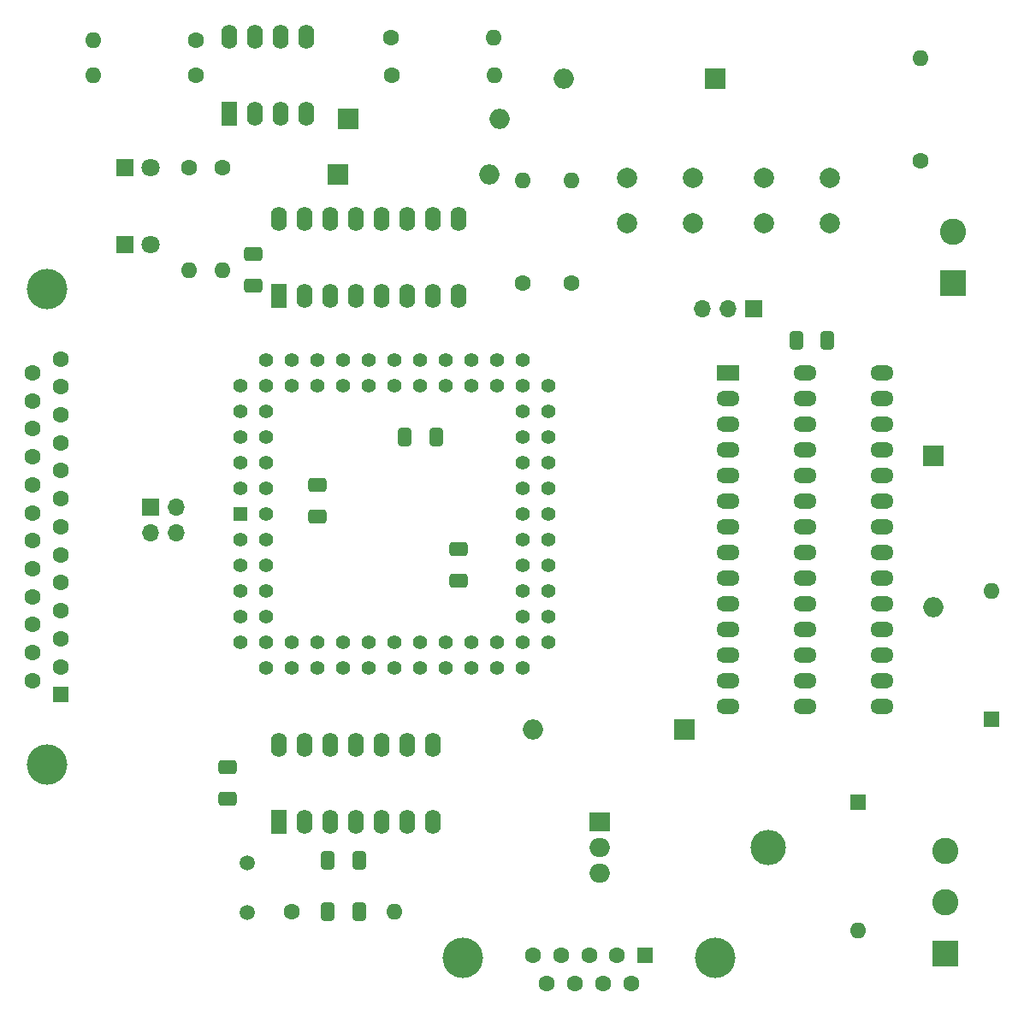
<source format=gbr>
%TF.GenerationSoftware,KiCad,Pcbnew,8.0.5*%
%TF.CreationDate,2024-10-06T22:29:13+02:00*%
%TF.ProjectId,carte_test,63617274-655f-4746-9573-742e6b696361,0*%
%TF.SameCoordinates,Original*%
%TF.FileFunction,Soldermask,Bot*%
%TF.FilePolarity,Negative*%
%FSLAX46Y46*%
G04 Gerber Fmt 4.6, Leading zero omitted, Abs format (unit mm)*
G04 Created by KiCad (PCBNEW 8.0.5) date 2024-10-06 22:29:13*
%MOMM*%
%LPD*%
G01*
G04 APERTURE LIST*
G04 Aperture macros list*
%AMRoundRect*
0 Rectangle with rounded corners*
0 $1 Rounding radius*
0 $2 $3 $4 $5 $6 $7 $8 $9 X,Y pos of 4 corners*
0 Add a 4 corners polygon primitive as box body*
4,1,4,$2,$3,$4,$5,$6,$7,$8,$9,$2,$3,0*
0 Add four circle primitives for the rounded corners*
1,1,$1+$1,$2,$3*
1,1,$1+$1,$4,$5*
1,1,$1+$1,$6,$7*
1,1,$1+$1,$8,$9*
0 Add four rect primitives between the rounded corners*
20,1,$1+$1,$2,$3,$4,$5,0*
20,1,$1+$1,$4,$5,$6,$7,0*
20,1,$1+$1,$6,$7,$8,$9,0*
20,1,$1+$1,$8,$9,$2,$3,0*%
G04 Aperture macros list end*
%ADD10R,1.600000X1.600000*%
%ADD11O,1.600000X1.600000*%
%ADD12C,2.000000*%
%ADD13R,1.397000X1.397000*%
%ADD14C,1.397000*%
%ADD15R,1.600000X2.400000*%
%ADD16O,1.600000X2.400000*%
%ADD17R,1.700000X1.700000*%
%ADD18O,1.700000X1.700000*%
%ADD19C,1.600000*%
%ADD20C,1.500000*%
%ADD21R,1.800000X1.800000*%
%ADD22C,1.800000*%
%ADD23C,4.000000*%
%ADD24O,3.500000X3.500000*%
%ADD25R,2.000000X1.905000*%
%ADD26O,2.000000X1.905000*%
%ADD27R,2.600000X2.600000*%
%ADD28C,2.600000*%
%ADD29R,2.000000X2.000000*%
%ADD30O,2.000000X2.000000*%
%ADD31R,2.300000X1.500000*%
%ADD32O,2.300000X1.500000*%
%ADD33RoundRect,0.250000X0.650000X-0.412500X0.650000X0.412500X-0.650000X0.412500X-0.650000X-0.412500X0*%
%ADD34RoundRect,0.250000X-0.412500X-0.650000X0.412500X-0.650000X0.412500X0.650000X-0.412500X0.650000X0*%
%ADD35RoundRect,0.250000X-0.650000X0.412500X-0.650000X-0.412500X0.650000X-0.412500X0.650000X0.412500X0*%
%ADD36RoundRect,0.250000X0.412500X0.650000X-0.412500X0.650000X-0.412500X-0.650000X0.412500X-0.650000X0*%
G04 APERTURE END LIST*
D10*
%TO.C,D1*%
X181102000Y-115570000D03*
D11*
X181102000Y-128270000D03*
%TD*%
D10*
%TO.C,D4*%
X194310000Y-107315000D03*
D11*
X194310000Y-94615000D03*
%TD*%
D12*
%TO.C,SW1*%
X158242000Y-53721000D03*
X164742000Y-53721000D03*
X158242000Y-58221000D03*
X164742000Y-58221000D03*
%TD*%
D13*
%TO.C,U2*%
X120015000Y-86995000D03*
D14*
X122555000Y-86995000D03*
X120015000Y-89535000D03*
X122555000Y-89535000D03*
X120015000Y-92075000D03*
X122555000Y-92075000D03*
X120015000Y-94615000D03*
X122555000Y-94615000D03*
X120015000Y-97155000D03*
X122555000Y-97155000D03*
X120015000Y-99695000D03*
X122555000Y-102235000D03*
X122555000Y-99695000D03*
X125095000Y-102235000D03*
X125095000Y-99695000D03*
X127635000Y-102235000D03*
X127635000Y-99695000D03*
X130175000Y-102235000D03*
X130175000Y-99695000D03*
X132715000Y-102235000D03*
X132715000Y-99695000D03*
X135255000Y-102235000D03*
X135255000Y-99695000D03*
X137795000Y-102235000D03*
X137795000Y-99695000D03*
X140335000Y-102235000D03*
X140335000Y-99695000D03*
X142875000Y-102235000D03*
X142875000Y-99695000D03*
X145415000Y-102235000D03*
X145415000Y-99695000D03*
X147955000Y-102235000D03*
X150495000Y-99695000D03*
X147955000Y-99695000D03*
X150495000Y-97155000D03*
X147955000Y-97155000D03*
X150495000Y-94615000D03*
X147955000Y-94615000D03*
X150495000Y-92075000D03*
X147955000Y-92075000D03*
X150495000Y-89535000D03*
X147955000Y-89535000D03*
X150495000Y-86995000D03*
X147955000Y-86995000D03*
X150495000Y-84455000D03*
X147955000Y-84455000D03*
X150495000Y-81915000D03*
X147955000Y-81915000D03*
X150495000Y-79375000D03*
X147955000Y-79375000D03*
X150495000Y-76835000D03*
X147955000Y-76835000D03*
X150495000Y-74295000D03*
X147955000Y-71755000D03*
X147955000Y-74295000D03*
X145415000Y-71755000D03*
X145415000Y-74295000D03*
X142875000Y-71755000D03*
X142875000Y-74295000D03*
X140335000Y-71755000D03*
X140335000Y-74295000D03*
X137795000Y-71755000D03*
X137795000Y-74295000D03*
X135255000Y-71755000D03*
X135255000Y-74295000D03*
X132715000Y-71755000D03*
X132715000Y-74295000D03*
X130175000Y-71755000D03*
X130175000Y-74295000D03*
X127635000Y-71755000D03*
X127635000Y-74295000D03*
X125095000Y-71755000D03*
X125095000Y-74295000D03*
X122555000Y-71755000D03*
X120015000Y-74295000D03*
X122555000Y-74295000D03*
X120015000Y-76835000D03*
X122555000Y-76835000D03*
X120015000Y-79375000D03*
X122555000Y-79375000D03*
X120015000Y-81915000D03*
X122555000Y-81915000D03*
X120015000Y-84455000D03*
X122555000Y-84455000D03*
%TD*%
D15*
%TO.C,U4*%
X123825000Y-117475000D03*
D16*
X126365000Y-117475000D03*
X128905000Y-117475000D03*
X131445000Y-117475000D03*
X133985000Y-117475000D03*
X136525000Y-117475000D03*
X139065000Y-117475000D03*
X139065000Y-109855000D03*
X136525000Y-109855000D03*
X133985000Y-109855000D03*
X131445000Y-109855000D03*
X128905000Y-109855000D03*
X126365000Y-109855000D03*
X123825000Y-109855000D03*
%TD*%
D17*
%TO.C,P4*%
X111125000Y-86360000D03*
D18*
X113665000Y-86360000D03*
X111125000Y-88900000D03*
X113665000Y-88900000D03*
%TD*%
D17*
%TO.C,K1*%
X170800000Y-66675000D03*
D18*
X168260000Y-66675000D03*
X165720000Y-66675000D03*
%TD*%
D19*
%TO.C,R2*%
X114935000Y-52705000D03*
D11*
X114935000Y-62865000D03*
%TD*%
D19*
%TO.C,R8*%
X134874000Y-39878000D03*
D11*
X145034000Y-39878000D03*
%TD*%
D19*
%TO.C,R10*%
X187325000Y-52070000D03*
D11*
X187325000Y-41910000D03*
%TD*%
D19*
%TO.C,R9*%
X135001000Y-43561000D03*
D11*
X145161000Y-43561000D03*
%TD*%
D19*
%TO.C,R1*%
X125095000Y-126365000D03*
D11*
X135255000Y-126365000D03*
%TD*%
D19*
%TO.C,R5*%
X147955000Y-64135000D03*
D11*
X147955000Y-53975000D03*
%TD*%
D19*
%TO.C,R6*%
X115570000Y-43561000D03*
D11*
X105410000Y-43561000D03*
%TD*%
D19*
%TO.C,R3*%
X118200000Y-52700000D03*
D11*
X118200000Y-62860000D03*
%TD*%
D15*
%TO.C,U1*%
X123825000Y-65405000D03*
D16*
X126365000Y-65405000D03*
X128905000Y-65405000D03*
X131445000Y-65405000D03*
X133985000Y-65405000D03*
X136525000Y-65405000D03*
X139065000Y-65405000D03*
X141605000Y-65405000D03*
X141605000Y-57785000D03*
X139065000Y-57785000D03*
X136525000Y-57785000D03*
X133985000Y-57785000D03*
X131445000Y-57785000D03*
X128905000Y-57785000D03*
X126365000Y-57785000D03*
X123825000Y-57785000D03*
%TD*%
D20*
%TO.C,X1*%
X120650000Y-121539000D03*
X120650000Y-126439000D03*
%TD*%
D19*
%TO.C,R4*%
X152781000Y-64135000D03*
D11*
X152781000Y-53975000D03*
%TD*%
D19*
%TO.C,R7*%
X115570000Y-40132000D03*
D11*
X105410000Y-40132000D03*
%TD*%
D21*
%TO.C,D3*%
X108585000Y-52705000D03*
D22*
X111125000Y-52705000D03*
%TD*%
D21*
%TO.C,D2*%
X108585000Y-60325000D03*
D22*
X111125000Y-60325000D03*
%TD*%
D15*
%TO.C,U6*%
X118872000Y-47371000D03*
D16*
X121412000Y-47371000D03*
X123952000Y-47371000D03*
X126492000Y-47371000D03*
X126492000Y-39751000D03*
X123952000Y-39751000D03*
X121412000Y-39751000D03*
X118872000Y-39751000D03*
%TD*%
D23*
%TO.C,J1*%
X100815000Y-64732000D03*
X100815000Y-111832000D03*
D10*
X102235000Y-104902000D03*
D19*
X102235000Y-102132000D03*
X102235000Y-99362000D03*
X102235000Y-96592000D03*
X102235000Y-93822000D03*
X102235000Y-91052000D03*
X102235000Y-88282000D03*
X102235000Y-85512000D03*
X102235000Y-82742000D03*
X102235000Y-79972000D03*
X102235000Y-77202000D03*
X102235000Y-74432000D03*
X102235000Y-71662000D03*
X99395000Y-103517000D03*
X99395000Y-100747000D03*
X99395000Y-97977000D03*
X99395000Y-95207000D03*
X99395000Y-92437000D03*
X99395000Y-89667000D03*
X99395000Y-86897000D03*
X99395000Y-84127000D03*
X99395000Y-81357000D03*
X99395000Y-78587000D03*
X99395000Y-75817000D03*
X99395000Y-73047000D03*
%TD*%
D24*
%TO.C,U3*%
X172235000Y-120015000D03*
D25*
X155575000Y-117475000D03*
D26*
X155575000Y-120015000D03*
X155575000Y-122555000D03*
%TD*%
D23*
%TO.C,J2*%
X141980000Y-130983000D03*
X166980000Y-130983000D03*
D10*
X160020000Y-130683000D03*
D19*
X157250000Y-130683000D03*
X154480000Y-130683000D03*
X151710000Y-130683000D03*
X148940000Y-130683000D03*
X158635000Y-133523000D03*
X155865000Y-133523000D03*
X153095000Y-133523000D03*
X150325000Y-133523000D03*
%TD*%
D27*
%TO.C,P2*%
X189738000Y-130556000D03*
D28*
X189738000Y-125476000D03*
X189738000Y-120396000D03*
%TD*%
D27*
%TO.C,P3*%
X190500000Y-64135000D03*
D28*
X190500000Y-59055000D03*
%TD*%
D29*
%TO.C,C13*%
X167005000Y-43942000D03*
D30*
X152005000Y-43942000D03*
%TD*%
D29*
%TO.C,C6*%
X163957000Y-108331000D03*
D30*
X148957000Y-108331000D03*
%TD*%
D29*
%TO.C,C3*%
X188595000Y-81280000D03*
D30*
X188595000Y-96280000D03*
%TD*%
D29*
%TO.C,C2*%
X129600000Y-53400000D03*
D30*
X144600000Y-53400000D03*
%TD*%
D12*
%TO.C,SW2*%
X171831000Y-53721000D03*
X178331000Y-53721000D03*
X171831000Y-58221000D03*
X178331000Y-58221000D03*
%TD*%
D31*
%TO.C,U5*%
X168255000Y-73015000D03*
D32*
X168255000Y-75555000D03*
X168255000Y-78095000D03*
X168255000Y-80635000D03*
X168255000Y-83175000D03*
X168255000Y-85715000D03*
X168255000Y-88255000D03*
X168255000Y-90795000D03*
X168255000Y-93335000D03*
X168255000Y-95875000D03*
X168255000Y-98415000D03*
X168255000Y-100955000D03*
X168255000Y-103495000D03*
X168255000Y-106035000D03*
X175875000Y-106035000D03*
X183495000Y-106035000D03*
X175875000Y-103495000D03*
X183495000Y-103495000D03*
X175875000Y-100955000D03*
X183495000Y-100955000D03*
X175875000Y-98415000D03*
X183495000Y-98415000D03*
X175875000Y-95875000D03*
X183495000Y-95875000D03*
X175875000Y-93335000D03*
X183495000Y-93335000D03*
X175875000Y-90795000D03*
X183495000Y-90795000D03*
X175875000Y-88255000D03*
X183495000Y-88255000D03*
X175875000Y-85715000D03*
X183495000Y-85715000D03*
X175875000Y-83175000D03*
X183495000Y-83175000D03*
X175875000Y-80635000D03*
X183495000Y-80635000D03*
X175875000Y-78095000D03*
X183495000Y-78095000D03*
X175875000Y-75555000D03*
X183495000Y-75555000D03*
X175875000Y-73015000D03*
X183495000Y-73015000D03*
%TD*%
D29*
%TO.C,C14*%
X130600000Y-47900000D03*
D30*
X145600000Y-47900000D03*
%TD*%
D33*
%TO.C,C1*%
X121285000Y-64427500D03*
X121285000Y-61302500D03*
%TD*%
D34*
%TO.C,C4*%
X128612500Y-126365000D03*
X131737500Y-126365000D03*
%TD*%
%TO.C,C5*%
X128612500Y-121285000D03*
X131737500Y-121285000D03*
%TD*%
D35*
%TO.C,C12*%
X118745000Y-112102500D03*
X118745000Y-115227500D03*
%TD*%
%TO.C,C11*%
X127635000Y-84162500D03*
X127635000Y-87287500D03*
%TD*%
D33*
%TO.C,C10*%
X141605000Y-93637500D03*
X141605000Y-90512500D03*
%TD*%
D34*
%TO.C,C8*%
X136232500Y-79375000D03*
X139357500Y-79375000D03*
%TD*%
D36*
%TO.C,C7*%
X178092500Y-69850000D03*
X174967500Y-69850000D03*
%TD*%
M02*

</source>
